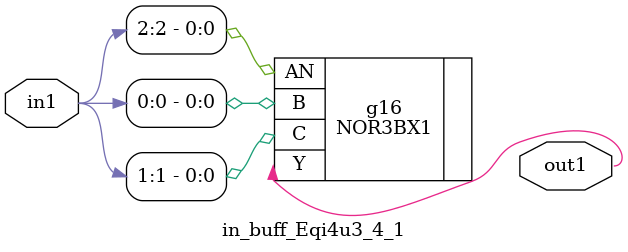
<source format=v>
`timescale 1ps / 1ps


module in_buff_Eqi4u3_4_1(in1, out1);
  input [2:0] in1;
  output out1;
  wire [2:0] in1;
  wire out1;
  NOR3BX1 g16(.AN (in1[2]), .B (in1[0]), .C (in1[1]), .Y (out1));
endmodule



</source>
